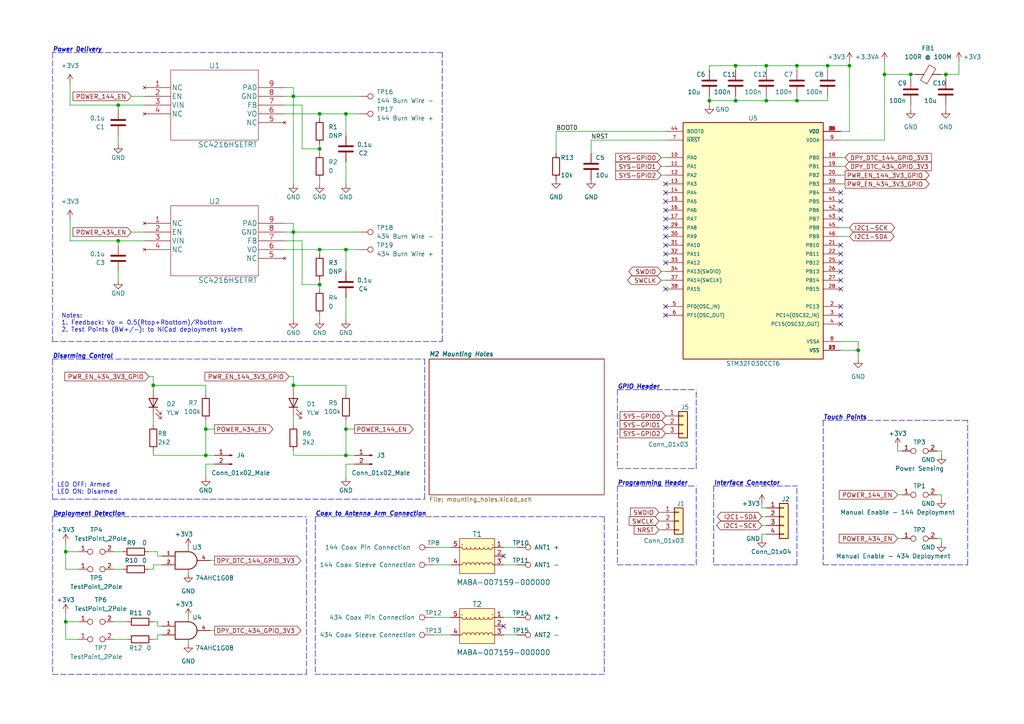
<source format=kicad_sch>
(kicad_sch (version 20211123) (generator eeschema)
  (paper "A4")
  (title_block (title "Antenna Deployment Board") (date "2023-04-24") (rev "RevA") (company "Queen's Space Engineering Team - Satellite"))
  (lib_symbols
    (symbol "74xGxx:74AHC1G08" (pin_names (offset 1.016))
      (property "Reference" "U" (at -2.54 3.81 0))
      (property "Value" "74AHC1G08" (at 0 -3.81 0))
      (symbol "74AHC1G08_1_1"
        (pin input line (at -7.62 1.27 0) (length 3.81) (name "~") (number "1"))
        (pin input line (at -7.62 -1.27 0) (length 3.81) (name "~") (number "2"))
        (pin power_in line (at 0 -2.54 270) (length 0) hide (name "GND") (number "3"))
        (pin output line (at 6.35 0 180) (length 3.81) (name "~") (number "4"))
        (pin power_in line (at 0 2.54 90) (length 0) hide (name "VCC") (number "5"))
      )
    )
    (symbol "Connector:Conn_01x02_Male" (pin_names (offset 1.016) hide)
      (property "Reference" "J" (at 0 2.54 0))
      (property "Value" "Conn_01x02_Male" (at 0 -5.08 0))
      (symbol "Conn_01x02_Male_1_1"
        (pin passive line (at 5.08 0 180) (length 3.81) (name "Pin_1") (number "1"))
        (pin passive line (at 5.08 -2.54 180) (length 3.81) (name "Pin_2") (number "2"))
      )
    )
    (symbol "Connector:TestPoint" (pin_numbers hide) (pin_names (offset 0.762) hide)
      (property "Reference" "TP" (at 0 6.858 0))
      (property "Value" "TestPoint" (at 0 5.08 0))
      (symbol "TestPoint_1_1"
        (pin passive line (at 0 0 90) (length 2.54) (name "1") (number "1"))
      )
    )
    (symbol "Connector:TestPoint_2Pole" (pin_names (offset 0.762) hide)
      (property "Reference" "TP" (at 0 1.524 0))
      (property "Value" "TestPoint_2Pole" (at 0 -1.778 0))
      (symbol "TestPoint_2Pole_0_1"
        (pin passive line (at -5.08 0 0) (length 2.54) (name "1") (number "1"))
        (pin passive line (at 5.08 0 180) (length 2.54) (name "2") (number "2"))
      )
    )
    (symbol "Connector_Generic:Conn_01x03" (pin_names (offset 1.016) hide)
      (property "Reference" "J" (at 0 5.08 0))
      (property "Value" "Conn_01x03" (at 0 -5.08 0))
      (symbol "Conn_01x03_1_1"
        (pin passive line (at -5.08 2.54 0) (length 3.81) (name "Pin_1") (number "1"))
        (pin passive line (at -5.08 0 0) (length 3.81) (name "Pin_2") (number "2"))
        (pin passive line (at -5.08 -2.54 0) (length 3.81) (name "Pin_3") (number "3"))
      )
    )
    (symbol "Connector_Generic:Conn_01x04" (pin_names (offset 1.016) hide)
      (property "Reference" "J" (at 0 5.08 0))
      (property "Value" "Conn_01x04" (at 0 -7.62 0))
      (symbol "Conn_01x04_1_1"
        (pin passive line (at -5.08 2.54 0) (length 3.81) (name "Pin_1") (number "1"))
        (pin passive line (at -5.08 0 0) (length 3.81) (name "Pin_2") (number "2"))
        (pin passive line (at -5.08 -2.54 0) (length 3.81) (name "Pin_3") (number "3"))
        (pin passive line (at -5.08 -5.08 0) (length 3.81) (name "Pin_4") (number "4"))
      )
    )
    (symbol "Device:C" (pin_numbers hide) (pin_names (offset 0.254))
      (property "Reference" "C" (at 0.635 2.54 0))
      (property "Value" "C" (at 0.635 -2.54 0))
      (symbol "C_1_1"
        (pin passive line (at 0 3.81 270) (length 2.794) (name "~") (number "1"))
        (pin passive line (at 0 -3.81 90) (length 2.794) (name "~") (number "2"))
      )
    )
    (symbol "Device:FerriteBead" (pin_numbers hide) (pin_names (offset 0))
      (property "Reference" "FB" (at -3.81 0.635 90))
      (property "Value" "FerriteBead" (at 3.81 0 90))
      (symbol "FerriteBead_1_1"
        (pin passive line (at 0 3.81 270) (length 2.54) (name "~") (number "1"))
        (pin passive line (at 0 -3.81 90) (length 2.54) (name "~") (number "2"))
      )
    )
    (symbol "Device:LED" (pin_numbers hide) (pin_names (offset 1.016) hide)
      (property "Reference" "D" (at 0 2.54 0))
      (property "Value" "LED" (at 0 -2.54 0))
      (symbol "LED_1_1"
        (pin passive line (at -3.81 0 0) (length 2.54) (name "K") (number "1"))
        (pin passive line (at 3.81 0 180) (length 2.54) (name "A") (number "2"))
      )
    )
    (symbol "Device:R" (pin_numbers hide) (pin_names (offset 0))
      (property "Reference" "R" (at 2.032 0 90))
      (property "Value" "R" (at 0 0 90))
      (symbol "R_1_1"
        (pin passive line (at 0 3.81 270) (length 1.27) (name "~") (number "1"))
        (pin passive line (at 0 -3.81 90) (length 1.27) (name "~") (number "2"))
      )
    )
    (symbol "SC4216HSETRT:SC4216HSETRT" (pin_names (offset 0.254))
      (property "Reference" "U" (at 20.32 10.16 0))
      (property "Value" "SC4216HSETRT" (at 20.32 7.62 0))
      (symbol "SC4216HSETRT_1_1"
        (pin no_connect line (at 0 0 0) (length 7.62) (name "NC") (number "1"))
        (pin input line (at 0 -2.54 0) (length 7.62) (name "EN") (number "2"))
        (pin power_in line (at 0 -5.08 0) (length 7.62) (name "VIN") (number "3"))
        (pin no_connect line (at 0 -7.62 0) (length 7.62) (name "NC") (number "4"))
        (pin no_connect line (at 40.64 -10.16 180) (length 7.62) (name "NC") (number "5"))
        (pin power_in line (at 40.64 -7.62 180) (length 7.62) (name "VO") (number "6"))
        (pin unspecified line (at 40.64 -5.08 180) (length 7.62) (name "FB") (number "7"))
        (pin power_in line (at 40.64 -2.54 180) (length 7.62) (name "GND") (number "8"))
        (pin power_in line (at 40.64 0 180) (length 7.62) (name "PAD") (number "9"))
      )
    )
    (symbol "STM32F030CCT6:STM32F030CCT6" (pin_names (offset 1.016))
      (property "Reference" "U" (at -20.3383 33.0497 0))
      (property "Value" "STM32F030CCT6" (at -20.3351 -38.1284 0))
      (symbol "STM32F030CCT6_0_0"
        (pin power_in line (at 25.4 30.48 180) (length 5.08) (name "VDD") (number "1"))
        (pin bidirectional line (at -25.4 22.86 0) (length 5.08) (name "PA0") (number "10"))
        (pin bidirectional line (at -25.4 20.32 0) (length 5.08) (name "PA1") (number "11"))
        (pin bidirectional line (at -25.4 17.78 0) (length 5.08) (name "PA2") (number "12"))
        (pin bidirectional line (at -25.4 15.24 0) (length 5.08) (name "PA3") (number "13"))
        (pin bidirectional line (at -25.4 12.7 0) (length 5.08) (name "PA4") (number "14"))
        (pin bidirectional line (at -25.4 10.16 0) (length 5.08) (name "PA5") (number "15"))
        (pin bidirectional line (at -25.4 7.62 0) (length 5.08) (name "PA6") (number "16"))
        (pin bidirectional line (at -25.4 5.08 0) (length 5.08) (name "PA7") (number "17"))
        (pin bidirectional line (at 25.4 22.86 180) (length 5.08) (name "PB0") (number "18"))
        (pin bidirectional line (at 25.4 20.32 180) (length 5.08) (name "PB1") (number "19"))
        (pin bidirectional line (at 25.4 -20.32 180) (length 5.08) (name "PC13") (number "2"))
        (pin bidirectional line (at 25.4 17.78 180) (length 5.08) (name "PB2") (number "20"))
        (pin bidirectional line (at 25.4 -2.54 180) (length 5.08) (name "PB10") (number "21"))
        (pin bidirectional line (at 25.4 -5.08 180) (length 5.08) (name "PB11") (number "22"))
        (pin power_in line (at 25.4 -33.02 180) (length 5.08) (name "VSS") (number "23"))
        (pin power_in line (at 25.4 30.48 180) (length 5.08) (name "VDD") (number "24"))
        (pin bidirectional line (at 25.4 -7.62 180) (length 5.08) (name "PB12") (number "25"))
        (pin bidirectional line (at 25.4 -10.16 180) (length 5.08) (name "PB13") (number "26"))
        (pin bidirectional line (at 25.4 -12.7 180) (length 5.08) (name "PB14") (number "27"))
        (pin bidirectional line (at 25.4 -15.24 180) (length 5.08) (name "PB15") (number "28"))
        (pin bidirectional line (at -25.4 2.54 0) (length 5.08) (name "PA8") (number "29"))
        (pin bidirectional line (at 25.4 -22.86 180) (length 5.08) (name "PC14(OSC32_IN)") (number "3"))
        (pin bidirectional line (at -25.4 0 0) (length 5.08) (name "PA9") (number "30"))
        (pin bidirectional line (at -25.4 -2.54 0) (length 5.08) (name "PA10") (number "31"))
        (pin bidirectional line (at -25.4 -5.08 0) (length 5.08) (name "PA11") (number "32"))
        (pin bidirectional line (at -25.4 -7.62 0) (length 5.08) (name "PA12") (number "33"))
        (pin bidirectional line (at -25.4 -10.16 0) (length 5.08) (name "PA13(SWDIO)") (number "34"))
        (pin power_in line (at 25.4 -33.02 180) (length 5.08) (name "VSS") (number "35"))
        (pin power_in line (at 25.4 30.48 180) (length 5.08) (name "VDD") (number "36"))
        (pin bidirectional line (at -25.4 -12.7 0) (length 5.08) (name "PA14(SWCLK)") (number "37"))
        (pin bidirectional line (at -25.4 -15.24 0) (length 5.08) (name "PA15") (number "38"))
        (pin bidirectional line (at 25.4 15.24 180) (length 5.08) (name "PB3") (number "39"))
        (pin bidirectional line (at 25.4 -25.4 180) (length 5.08) (name "PC15(OSC32_OUT)") (number "4"))
        (pin bidirectional line (at 25.4 12.7 180) (length 5.08) (name "PB4") (number "40"))
        (pin bidirectional line (at 25.4 10.16 180) (length 5.08) (name "PB5") (number "41"))
        (pin bidirectional line (at 25.4 7.62 180) (length 5.08) (name "PB6") (number "42"))
        (pin bidirectional line (at 25.4 5.08 180) (length 5.08) (name "PB7") (number "43"))
        (pin input line (at -25.4 30.48 0) (length 5.08) (name "BOOT0") (number "44"))
        (pin bidirectional line (at 25.4 2.54 180) (length 5.08) (name "PB8") (number "45"))
        (pin bidirectional line (at 25.4 0 180) (length 5.08) (name "PB9") (number "46"))
        (pin power_in line (at 25.4 -33.02 180) (length 5.08) (name "VSS") (number "47"))
        (pin power_in line (at 25.4 30.48 180) (length 5.08) (name "VDD") (number "48"))
        (pin bidirectional line (at -25.4 -20.32 0) (length 5.08) (name "PF0(OSC_IN)") (number "5"))
        (pin bidirectional line (at -25.4 -22.86 0) (length 5.08) (name "PF1(OSC_OUT)") (number "6"))
        (pin bidirectional line (at -25.4 27.94 0) (length 5.08) (name "~{NRST}") (number "7"))
        (pin power_in line (at 25.4 -30.48 180) (length 5.08) (name "VSSA") (number "8"))
        (pin power_in line (at 25.4 27.94 180) (length 5.08) (name "VDDA") (number "9"))
      )
    )
    (symbol "dk_Balun:MABA-007159-000000" (pin_names (offset 1.016))
      (property "Reference" "T" (at -3.81 6.35 0))
      (property "Value" "MABA-007159-000000" (at 0 -6.35 0))
      (symbol "MABA-007159-000000_1_0"
        (pin unspecified line (at 7.62 0 180) (length 2.54) (name "~") (number "2"))
      )
      (symbol "MABA-007159-000000_1_1"
        (pin passive line (at 7.62 2.54 180) (length 2.54) (name "~") (number "1"))
        (pin passive line (at 7.62 -2.54 180) (length 2.54) (name "~") (number "3"))
        (pin passive line (at -7.62 -2.54 0) (length 2.54) (name "~") (number "4"))
        (pin passive line (at -7.62 2.54 0) (length 2.54) (name "~") (number "5"))
      )
    )
    (symbol "power:+3.3VA" (power) (pin_names (offset 0))
      (property "Value" "+3.3VA" (at 0 3.556 0))
      (symbol "+3.3VA_1_1"
        (pin power_in line (at 0 0 90) (length 0) hide (name "+3.3VA") (number "1"))
      )
    )
    (symbol "power:+3V3" (power) (pin_names (offset 0))
      (property "Value" "+3V3" (at 0 3.556 0))
      (symbol "+3V3_1_1"
        (pin power_in line (at 0 0 90) (length 0) hide (name "+3V3") (number "1"))
      )
    )
    (symbol "power:GND" (power) (pin_names (offset 0))
      (property "Value" "GND" (at 0 -3.81 0))
      (symbol "GND_1_1"
        (pin power_in line (at 0 0 270) (length 0) hide (name "GND") (number "1"))
      )
    )
  )
  (junction (at 100.33 132.08))
  (junction (at 19.05 160.02))
  (junction (at 59.69 124.46))
  (junction (at 222.25 19.05))
  (junction (at 231.14 29.21))
  (junction (at 19.05 180.34))
  (junction (at 34.29 30.48))
  (junction (at 92.71 33.02))
  (junction (at 92.71 43.18))
  (junction (at 248.92 101.6))
  (junction (at 100.33 72.39))
  (junction (at 92.71 82.55))
  (junction (at 256.54 21.59))
  (junction (at 205.74 29.21))
  (junction (at 222.25 29.21))
  (junction (at 231.14 19.05))
  (junction (at 264.16 21.59))
  (junction (at 59.69 132.08))
  (junction (at 213.36 29.21))
  (junction (at 274.32 21.59))
  (junction (at 34.29 69.85))
  (junction (at 85.09 27.94))
  (junction (at 85.09 111.76))
  (junction (at 213.36 19.05))
  (junction (at 92.71 72.39))
  (junction (at 85.09 67.31))
  (junction (at 246.38 19.05))
  (junction (at 44.45 111.76))
  (junction (at 100.33 33.02))
  (junction (at 100.33 124.46))
  (junction (at 240.03 19.05))
  (no_connect (at 243.84 83.82))
  (no_connect (at 193.04 71.12))
  (no_connect (at 243.84 55.88))
  (no_connect (at 193.04 68.58))
  (no_connect (at 193.04 88.9))
  (no_connect (at 243.84 63.5))
  (no_connect (at 193.04 76.2))
  (no_connect (at 193.04 83.82))
  (no_connect (at 243.84 88.9))
  (no_connect (at 243.84 73.66))
  (no_connect (at 193.04 55.88))
  (no_connect (at 243.84 91.44))
  (no_connect (at 146.05 181.61))
  (no_connect (at 243.84 71.12))
  (no_connect (at 146.05 161.29))
  (no_connect (at 243.84 93.98))
  (no_connect (at 193.04 60.96))
  (no_connect (at 243.84 58.42))
  (no_connect (at 243.84 78.74))
  (no_connect (at 243.84 76.2))
  (no_connect (at 193.04 66.04))
  (no_connect (at 193.04 63.5))
  (no_connect (at 193.04 91.44))
  (no_connect (at 243.84 60.96))
  (no_connect (at 193.04 58.42))
  (no_connect (at 243.84 81.28))
  (no_connect (at 193.04 53.34))
  (no_connect (at 193.04 73.66))
  (wire (pts (xy 205.74 29.21) (xy 205.74 30.48)))
  (wire (pts (xy 256.54 21.59) (xy 264.16 21.59)))
  (wire (pts (xy 19.05 180.34) (xy 22.86 180.34)))
  (wire (pts (xy 278.13 21.59) (xy 274.32 21.59)))
  (wire (pts (xy 34.29 30.48) (xy 34.29 31.75)))
  (wire (pts (xy 146.05 179.07) (xy 149.86 179.07)))
  (wire (pts (xy 54.61 185.42) (xy 54.61 186.69)))
  (polyline (pts (xy 231.14 163.83) (xy 231.14 140.97)))
  (wire (pts (xy 205.74 29.21) (xy 213.36 29.21)))
  (wire (pts (xy 191.77 81.28) (xy 193.04 81.28)))
  (polyline (pts (xy 175.26 149.86) (xy 175.26 195.58)))
  (wire (pts (xy 44.45 132.08) (xy 59.69 132.08)))
  (wire (pts (xy 45.72 160.02) (xy 45.72 161.29)))
  (polyline (pts (xy 179.07 113.03) (xy 201.93 113.03)))
  (wire (pts (xy 59.69 132.08) (xy 62.23 132.08)))
  (wire (pts (xy 245.11 50.8) (xy 243.84 50.8)))
  (wire (pts (xy 54.61 165.1) (xy 54.61 166.37)))
  (wire (pts (xy 205.74 19.05) (xy 213.36 19.05)))
  (polyline (pts (xy 15.24 144.78) (xy 15.24 104.14)))
  (polyline (pts (xy 179.07 135.89) (xy 201.93 135.89)))
  (wire (pts (xy 125.73 163.83) (xy 130.81 163.83)))
  (wire (pts (xy 59.69 124.46) (xy 59.69 132.08)))
  (wire (pts (xy 246.38 66.04) (xy 243.84 66.04)))
  (wire (pts (xy 92.71 72.39) (xy 92.71 73.66)))
  (wire (pts (xy 260.35 129.54) (xy 260.35 130.81)))
  (wire (pts (xy 45.72 184.15) (xy 46.99 184.15)))
  (wire (pts (xy 92.71 81.28) (xy 92.71 82.55)))
  (wire (pts (xy 256.54 40.64) (xy 256.54 21.59)))
  (wire (pts (xy 34.29 39.37) (xy 34.29 41.91)))
  (polyline (pts (xy 15.24 144.78) (xy 123.19 144.78)))
  (polyline (pts (xy 91.44 149.86) (xy 175.26 149.86)))
  (wire (pts (xy 220.98 146.05) (xy 220.98 147.32)))
  (polyline (pts (xy 207.01 140.97) (xy 231.14 140.97)))
  (wire (pts (xy 85.09 111.76) (xy 85.09 113.03)))
  (wire (pts (xy 44.45 163.83) (xy 46.99 163.83)))
  (wire (pts (xy 92.71 33.02) (xy 100.33 33.02)))
  (wire (pts (xy 85.09 67.31) (xy 104.14 67.31)))
  (polyline (pts (xy 15.24 15.24) (xy 15.24 99.06)))
  (wire (pts (xy 60.96 162.56) (xy 62.23 162.56)))
  (wire (pts (xy 33.02 165.1) (xy 35.56 165.1)))
  (wire (pts (xy 246.38 17.78) (xy 246.38 19.05)))
  (wire (pts (xy 245.11 48.26) (xy 243.84 48.26)))
  (wire (pts (xy 260.35 156.21) (xy 261.62 156.21)))
  (wire (pts (xy 260.35 130.81) (xy 261.62 130.81)))
  (wire (pts (xy 59.69 134.62) (xy 59.69 138.43)))
  (wire (pts (xy 231.14 19.05) (xy 231.14 20.32)))
  (wire (pts (xy 243.84 38.1) (xy 246.38 38.1)))
  (wire (pts (xy 59.69 124.46) (xy 62.23 124.46)))
  (polyline (pts (xy 201.93 135.89) (xy 201.93 113.03)))
  (wire (pts (xy 245.11 53.34) (xy 243.84 53.34)))
  (polyline (pts (xy 280.67 163.83) (xy 280.67 121.92)))
  (polyline (pts (xy 179.07 140.97) (xy 179.07 163.83)))
  (wire (pts (xy 92.71 82.55) (xy 92.71 83.82)))
  (polyline (pts (xy 128.27 15.24) (xy 15.24 15.24)))
  (wire (pts (xy 191.135 153.67) (xy 191.77 153.67)))
  (polyline (pts (xy 280.67 121.92) (xy 238.76 121.92)))
  (wire (pts (xy 146.05 184.15) (xy 149.86 184.15)))
  (wire (pts (xy 92.71 41.91) (xy 92.71 43.18)))
  (polyline (pts (xy 128.27 99.06) (xy 128.27 15.24)))
  (wire (pts (xy 20.32 30.48) (xy 34.29 30.48)))
  (wire (pts (xy 85.09 111.76) (xy 100.33 111.76)))
  (wire (pts (xy 245.11 45.72) (xy 243.84 45.72)))
  (wire (pts (xy 146.05 158.75) (xy 149.86 158.75)))
  (wire (pts (xy 213.36 27.94) (xy 213.36 29.21)))
  (wire (pts (xy 243.84 101.6) (xy 248.92 101.6)))
  (wire (pts (xy 240.03 19.05) (xy 246.38 19.05)))
  (wire (pts (xy 271.78 130.81) (xy 273.05 130.81)))
  (wire (pts (xy 100.33 121.92) (xy 100.33 124.46)))
  (wire (pts (xy 191.77 48.26) (xy 193.04 48.26)))
  (wire (pts (xy 191.77 78.74) (xy 193.04 78.74)))
  (wire (pts (xy 82.55 33.02) (xy 92.71 33.02)))
  (wire (pts (xy 100.33 72.39) (xy 104.14 72.39)))
  (wire (pts (xy 92.71 43.18) (xy 92.71 44.45)))
  (wire (pts (xy 205.74 27.94) (xy 205.74 29.21)))
  (wire (pts (xy 43.18 109.22) (xy 44.45 109.22)))
  (wire (pts (xy 271.78 156.21) (xy 273.05 156.21)))
  (wire (pts (xy 161.29 38.1) (xy 193.04 38.1)))
  (wire (pts (xy 100.33 134.62) (xy 100.33 138.43)))
  (wire (pts (xy 274.32 30.48) (xy 274.32 31.75)))
  (wire (pts (xy 92.71 72.39) (xy 100.33 72.39)))
  (wire (pts (xy 45.72 180.34) (xy 45.72 181.61)))
  (polyline (pts (xy 15.24 149.86) (xy 88.9 149.86)))
  (wire (pts (xy 38.1 27.94) (xy 41.91 27.94)))
  (wire (pts (xy 125.73 184.15) (xy 130.81 184.15)))
  (wire (pts (xy 33.02 160.02) (xy 35.56 160.02)))
  (wire (pts (xy 44.45 185.42) (xy 45.72 185.42)))
  (wire (pts (xy 125.73 179.07) (xy 130.81 179.07)))
  (wire (pts (xy 85.09 130.81) (xy 85.09 132.08)))
  (polyline (pts (xy 207.01 163.83) (xy 231.14 163.83)))
  (wire (pts (xy 222.25 29.21) (xy 231.14 29.21)))
  (polyline (pts (xy 179.07 163.83) (xy 201.93 163.83)))
  (wire (pts (xy 220.98 147.32) (xy 222.25 147.32)))
  (wire (pts (xy 45.72 181.61) (xy 46.99 181.61)))
  (wire (pts (xy 171.45 40.64) (xy 193.04 40.64)))
  (wire (pts (xy 38.1 67.31) (xy 41.91 67.31)))
  (polyline (pts (xy 88.9 195.58) (xy 88.9 149.86)))
  (wire (pts (xy 20.32 24.13) (xy 20.32 30.48)))
  (wire (pts (xy 82.55 67.31) (xy 85.09 67.31)))
  (wire (pts (xy 87.63 82.55) (xy 87.63 69.85)))
  (wire (pts (xy 19.05 185.42) (xy 22.86 185.42)))
  (wire (pts (xy 44.45 130.81) (xy 44.45 132.08)))
  (wire (pts (xy 246.38 68.58) (xy 243.84 68.58)))
  (wire (pts (xy 222.25 27.94) (xy 222.25 29.21)))
  (polyline (pts (xy 91.44 149.86) (xy 91.44 195.58)))
  (wire (pts (xy 220.98 149.86) (xy 222.25 149.86)))
  (wire (pts (xy 19.05 180.34) (xy 19.05 185.42)))
  (wire (pts (xy 264.16 21.59) (xy 265.43 21.59)))
  (wire (pts (xy 191.77 50.8) (xy 193.04 50.8)))
  (wire (pts (xy 220.98 152.4) (xy 222.25 152.4)))
  (polyline (pts (xy 201.93 163.83) (xy 201.93 140.97)))
  (wire (pts (xy 44.45 109.22) (xy 44.45 111.76)))
  (wire (pts (xy 243.84 99.06) (xy 248.92 99.06)))
  (polyline (pts (xy 123.19 104.14) (xy 123.19 144.78)))
  (wire (pts (xy 161.29 44.45) (xy 161.29 38.1)))
  (wire (pts (xy 100.33 111.76) (xy 100.33 114.3)))
  (wire (pts (xy 248.92 99.06) (xy 248.92 101.6)))
  (wire (pts (xy 92.71 52.07) (xy 92.71 53.34)))
  (wire (pts (xy 85.09 132.08) (xy 100.33 132.08)))
  (wire (pts (xy 85.09 25.4) (xy 85.09 27.94)))
  (wire (pts (xy 125.73 158.75) (xy 130.81 158.75)))
  (wire (pts (xy 62.23 134.62) (xy 59.69 134.62)))
  (wire (pts (xy 19.05 160.02) (xy 19.05 165.1)))
  (polyline (pts (xy 238.76 163.83) (xy 280.67 163.83)))
  (wire (pts (xy 33.02 185.42) (xy 36.83 185.42)))
  (wire (pts (xy 54.61 158.75) (xy 54.61 160.02)))
  (wire (pts (xy 87.63 69.85) (xy 82.55 69.85)))
  (wire (pts (xy 273.05 143.51) (xy 273.05 144.78)))
  (wire (pts (xy 100.33 33.02) (xy 104.14 33.02)))
  (wire (pts (xy 171.45 44.45) (xy 171.45 40.64)))
  (wire (pts (xy 213.36 19.05) (xy 213.36 20.32)))
  (polyline (pts (xy 238.76 121.92) (xy 238.76 163.83)))
  (wire (pts (xy 44.45 165.1) (xy 44.45 163.83)))
  (wire (pts (xy 100.33 132.08) (xy 102.87 132.08)))
  (wire (pts (xy 264.16 21.59) (xy 264.16 22.86)))
  (wire (pts (xy 82.55 72.39) (xy 92.71 72.39)))
  (wire (pts (xy 44.45 120.65) (xy 44.45 123.19)))
  (wire (pts (xy 19.05 177.8) (xy 19.05 180.34)))
  (wire (pts (xy 85.09 67.31) (xy 85.09 92.71)))
  (wire (pts (xy 246.38 19.05) (xy 246.38 38.1)))
  (wire (pts (xy 85.09 64.77) (xy 85.09 67.31)))
  (wire (pts (xy 87.63 30.48) (xy 82.55 30.48)))
  (wire (pts (xy 100.33 124.46) (xy 102.87 124.46)))
  (wire (pts (xy 19.05 165.1) (xy 22.86 165.1)))
  (wire (pts (xy 45.72 180.34) (xy 44.45 180.34)))
  (wire (pts (xy 222.25 19.05) (xy 231.14 19.05)))
  (wire (pts (xy 43.18 165.1) (xy 44.45 165.1)))
  (wire (pts (xy 205.74 20.32) (xy 205.74 19.05)))
  (wire (pts (xy 45.72 185.42) (xy 45.72 184.15)))
  (polyline (pts (xy 15.24 99.06) (xy 128.27 99.06)))
  (wire (pts (xy 100.33 124.46) (xy 100.33 132.08)))
  (wire (pts (xy 41.91 30.48) (xy 34.29 30.48)))
  (wire (pts (xy 100.33 86.36) (xy 100.33 92.71)))
  (wire (pts (xy 231.14 19.05) (xy 240.03 19.05)))
  (wire (pts (xy 191.77 45.72) (xy 193.04 45.72)))
  (wire (pts (xy 59.69 121.92) (xy 59.69 124.46)))
  (wire (pts (xy 146.05 163.83) (xy 149.86 163.83)))
  (wire (pts (xy 87.63 43.18) (xy 87.63 30.48)))
  (wire (pts (xy 278.13 17.78) (xy 278.13 21.59)))
  (wire (pts (xy 274.32 21.59) (xy 274.32 22.86)))
  (wire (pts (xy 191.135 151.13) (xy 191.77 151.13)))
  (wire (pts (xy 248.92 101.6) (xy 248.92 104.14)))
  (wire (pts (xy 231.14 27.94) (xy 231.14 29.21)))
  (wire (pts (xy 45.72 161.29) (xy 46.99 161.29)))
  (polyline (pts (xy 15.24 195.58) (xy 88.9 195.58)))
  (wire (pts (xy 44.45 111.76) (xy 59.69 111.76)))
  (wire (pts (xy 243.84 40.64) (xy 256.54 40.64)))
  (wire (pts (xy 240.03 19.05) (xy 240.03 20.32)))
  (wire (pts (xy 273.05 156.21) (xy 273.05 157.48)))
  (wire (pts (xy 264.16 30.48) (xy 264.16 31.75)))
  (wire (pts (xy 100.33 39.37) (xy 100.33 33.02)))
  (wire (pts (xy 222.25 154.94) (xy 220.98 154.94)))
  (wire (pts (xy 92.71 91.44) (xy 92.71 92.71)))
  (wire (pts (xy 102.87 134.62) (xy 100.33 134.62)))
  (wire (pts (xy 60.96 182.88) (xy 62.23 182.88)))
  (wire (pts (xy 82.55 25.4) (xy 85.09 25.4)))
  (wire (pts (xy 34.29 78.74) (xy 34.29 81.28)))
  (wire (pts (xy 59.69 111.76) (xy 59.69 114.3)))
  (wire (pts (xy 34.29 69.85) (xy 34.29 71.12)))
  (wire (pts (xy 240.03 29.21) (xy 231.14 29.21)))
  (polyline (pts (xy 179.07 140.97) (xy 201.93 140.97)))
  (wire (pts (xy 33.02 180.34) (xy 36.83 180.34)))
  (wire (pts (xy 41.91 69.85) (xy 34.29 69.85)))
  (wire (pts (xy 92.71 43.18) (xy 87.63 43.18)))
  (wire (pts (xy 213.36 19.05) (xy 222.25 19.05)))
  (wire (pts (xy 100.33 46.99) (xy 100.33 53.34)))
  (wire (pts (xy 260.35 143.51) (xy 261.62 143.51)))
  (wire (pts (xy 83.82 109.22) (xy 85.09 109.22)))
  (polyline (pts (xy 179.07 113.03) (xy 179.07 135.89)))
  (wire (pts (xy 19.05 160.02) (xy 22.86 160.02)))
  (polyline (pts (xy 15.24 149.86) (xy 15.24 195.58)))
  (wire (pts (xy 220.98 154.94) (xy 220.98 156.21)))
  (wire (pts (xy 20.32 69.85) (xy 34.29 69.85)))
  (wire (pts (xy 213.36 29.21) (xy 222.25 29.21)))
  (wire (pts (xy 92.71 82.55) (xy 87.63 82.55)))
  (wire (pts (xy 256.54 21.59) (xy 256.54 17.78)))
  (wire (pts (xy 92.71 33.02) (xy 92.71 34.29)))
  (wire (pts (xy 85.09 120.65) (xy 85.09 123.19)))
  (polyline (pts (xy 15.24 104.14) (xy 123.19 104.14)))
  (wire (pts (xy 85.09 27.94) (xy 104.14 27.94)))
  (wire (pts (xy 100.33 78.74) (xy 100.33 72.39)))
  (wire (pts (xy 85.09 27.94) (xy 85.09 53.34)))
  (wire (pts (xy 44.45 111.76) (xy 44.45 113.03)))
  (wire (pts (xy 271.78 143.51) (xy 273.05 143.51)))
  (wire (pts (xy 191.135 148.59) (xy 191.77 148.59)))
  (polyline (pts (xy 207.01 140.97) (xy 207.01 163.83)))
  (wire (pts (xy 82.55 64.77) (xy 85.09 64.77)))
  (polyline (pts (xy 175.26 195.58) (xy 91.44 195.58)))
  (wire (pts (xy 82.55 27.94) (xy 85.09 27.94)))
  (wire (pts (xy 19.05 157.48) (xy 19.05 160.02)))
  (wire (pts (xy 54.61 179.07) (xy 54.61 180.34)))
  (wire (pts (xy 240.03 27.94) (xy 240.03 29.21)))
  (wire (pts (xy 20.32 63.5) (xy 20.32 69.85)))
  (wire (pts (xy 85.09 109.22) (xy 85.09 111.76)))
  (wire (pts (xy 274.32 21.59) (xy 273.05 21.59)))
  (wire (pts (xy 43.18 160.02) (xy 45.72 160.02)))
  (wire (pts (xy 273.05 130.81) (xy 273.05 132.08)))
  (wire (pts (xy 222.25 19.05) (xy 222.25 20.32)))
  (text "Power Delivery" (at 15.24 15.24 0) (effects (font (size 1.27 1.27) (thickness 0.254) bold italic) (justify left bottom)))
  (text "Deployment Detection" (at 15.24 149.86 0) (effects (font (size 1.27 1.27) (thickness 0.254) bold italic) (justify left bottom)))
  (text "Notes: \n1. Feedback: Vo = 0.5(Rtop+Rbottom)/Rbottom\n2. Test Points (BW+/-): to NiCad deployment system" (at 17.78 96.52 0) (effects (font (size 1.27 1.27)) (justify left bottom)))
  (text "LED OFF: Armed\nLED ON: Disarmed" (at 16.51 143.51 0) (effects (font (size 1.27 1.27)) (justify left bottom)))
  (text "Touch Points" (at 238.76 121.92 0) (effects (font (size 1.27 1.27) bold italic) (justify left bottom)))
  (text "GPIO Header" (at 179.07 113.03 0) (effects (font (size 1.27 1.27) bold italic) (justify left bottom)))
  (text "Coax to Antenna Arm Connection" (at 91.44 149.86 0) (effects (font (size 1.27 1.27) (thickness 0.254) bold italic) (justify left bottom)))
  (text "Interface Connector" (at 207.01 140.97 0) (effects (font (size 1.27 1.27) bold italic) (justify left bottom)))
  (text "Disarming Control" (at 15.24 104.14 0) (effects (font (size 1.27 1.27) (thickness 0.254) bold italic) (justify left bottom)))
  (text "Programming Header" (at 179.07 140.97 0) (effects (font (size 1.27 1.27) bold italic) (justify left bottom)))
  (label "BOOT0" (at 161.29 38.1 0))
  (label "NRST" (at 171.45 40.64 0))
  (global_label "DPY_DTC_434_GPIO_3V3" (shape input) (at 245.11 48.26 0) (property "Intersheet References" "${INTERSHEET_REFS}" (effects hide)))
  (global_label "DPY_DTC_144_GPIO_3V3" (shape output) (at 62.23 162.56 0) (property "Intersheet References" "${INTERSHEET_REFS}" (effects hide)))
  (global_label "PWR_EN_144_3V3_GPIO" (shape output) (at 245.11 50.8 0) (property "Intersheet References" "${INTERSHEET_REFS}" (effects hide)))
  (global_label "SYS-GPIO2" (shape input) (at 193.04 125.73 180) (property "Intersheet References" "${INTERSHEET_REFS}" (effects hide)))
  (global_label "SYS-GPIO0" (shape input) (at 193.04 120.65 180) (property "Intersheet References" "${INTERSHEET_REFS}" (effects hide)))
  (global_label "DPY_DTC_434_GPIO_3V3" (shape output) (at 62.23 182.88 0) (property "Intersheet References" "${INTERSHEET_REFS}" (effects hide)))
  (global_label "SWDIO" (shape bidirectional) (at 191.77 78.74 180) (property "Intersheet References" "${INTERSHEET_REFS}" (effects hide)))
  (global_label "I2C1-SCK" (shape bidirectional) (at 220.98 152.4 180) (property "Intersheet References" "${INTERSHEET_REFS}" (effects hide)))
  (global_label "DPY_DTC_144_GPIO_3V3" (shape input) (at 245.11 45.72 0) (property "Intersheet References" "${INTERSHEET_REFS}" (effects hide)))
  (global_label "SWDIO" (shape input) (at 191.135 148.59 180) (property "Intersheet References" "${INTERSHEET_REFS}" (effects hide)))
  (global_label "I2C1-SDA" (shape bidirectional) (at 220.98 149.86 180) (property "Intersheet References" "${INTERSHEET_REFS}" (effects hide)))
  (global_label "SYS-GPIO2" (shape input) (at 191.77 50.8 180) (property "Intersheet References" "${INTERSHEET_REFS}" (effects hide)))
  (global_label "POWER_434_EN" (shape input) (at 38.1 67.31 180) (property "Intersheet References" "${INTERSHEET_REFS}" (effects hide)))
  (global_label "POWER_144_EN" (shape input) (at 260.35 143.51 180) (property "Intersheet References" "${INTERSHEET_REFS}" (effects hide)))
  (global_label "PWR_EN_434_3V3_GPIO" (shape input) (at 43.18 109.22 180) (property "Intersheet References" "${INTERSHEET_REFS}" (effects hide)))
  (global_label "POWER_144_EN" (shape output) (at 102.87 124.46 0) (property "Intersheet References" "${INTERSHEET_REFS}" (effects hide)))
  (global_label "SYS-GPIO1" (shape input) (at 191.77 48.26 180) (property "Intersheet References" "${INTERSHEET_REFS}" (effects hide)))
  (global_label "POWER_434_EN" (shape output) (at 62.23 124.46 0) (property "Intersheet References" "${INTERSHEET_REFS}" (effects hide)))
  (global_label "SWCLK" (shape bidirectional) (at 191.77 81.28 180) (property "Intersheet References" "${INTERSHEET_REFS}" (effects hide)))
  (global_label "SYS-GPIO1" (shape input) (at 193.04 123.19 180) (property "Intersheet References" "${INTERSHEET_REFS}" (effects hide)))
  (global_label "I2C1-SDA" (shape bidirectional) (at 246.38 68.58 0) (property "Intersheet References" "${INTERSHEET_REFS}" (effects hide)))
  (global_label "NRST" (shape input) (at 191.135 153.67 180) (property "Intersheet References" "${INTERSHEET_REFS}" (effects hide)))
  (global_label "POWER_434_EN" (shape input) (at 260.35 156.21 180) (property "Intersheet References" "${INTERSHEET_REFS}" (effects hide)))
  (global_label "POWER_144_EN" (shape input) (at 38.1 27.94 180) (property "Intersheet References" "${INTERSHEET_REFS}" (effects hide)))
  (global_label "I2C1-SCK" (shape bidirectional) (at 246.38 66.04 0) (property "Intersheet References" "${INTERSHEET_REFS}" (effects hide)))
  (global_label "PWR_EN_144_3V3_GPIO" (shape input) (at 83.82 109.22 180) (property "Intersheet References" "${INTERSHEET_REFS}" (effects hide)))
  (global_label "PWR_EN_434_3V3_GPIO" (shape output) (at 245.11 53.34 0) (property "Intersheet References" "${INTERSHEET_REFS}" (effects hide)))
  (global_label "SYS-GPIO0" (shape input) (at 191.77 45.72 180) (property "Intersheet References" "${INTERSHEET_REFS}" (effects hide)))
  (global_label "SWCLK" (shape input) (at 191.135 151.13 180) (property "Intersheet References" "${INTERSHEET_REFS}" (effects hide)))
  (symbol (lib_id "Connector:TestPoint") (at 149.86 184.15 270) (unit 1)
    (property "Reference" "TP15" (at 148.59 182.88 90) (effects (justify left)))
    (property "Value" "ANT2 -" (at 154.94 184.15 90) (effects (justify left)))
    (property "Footprint" "TestPoint:TestPoint_THTPad_4.0x4.0mm_Drill2.0mm" (effects hide))
  )
  (symbol (lib_id "Connector:TestPoint") (at 125.73 179.07 90) (unit 1)
    (property "Reference" "TP12" (at 125.73 177.8 90))
    (property "Value" "434 Coax Pin Connection" (at 107.95 179.07 90))
    (property "Footprint" "TestPoint:TestPoint_THTPad_2.0x2.0mm_Drill1.0mm" (effects hide))
  )
  (symbol (lib_id "Connector:TestPoint") (at 125.73 158.75 90) (unit 1)
    (property "Reference" "TP8" (at 125.73 157.48 90))
    (property "Value" "144 Coax Pin Connection" (at 106.68 158.75 90))
    (property "Footprint" "TestPoint:TestPoint_THTPad_2.0x2.0mm_Drill1.0mm" (effects hide))
  )
  (symbol (lib_id "power:+3V3") (at 19.05 177.8 0) (unit 1)
    (property "Reference" "#PWR0111" (effects hide))
    (property "Value" "+3V3" (at 19.05 173.99 0))
  )
  (symbol (lib_id "Connector:TestPoint") (at 104.14 27.94 270) (unit 1)
    (property "Reference" "TP16" (at 109.22 26.6699 90) (effects (justify left)))
    (property "Value" "144 Burn Wire -" (at 109.22 29.2099 90) (effects (justify left)))
    (property "Footprint" "TestPoint:TestPoint_THTPad_2.0x2.0mm_Drill1.0mm" (effects hide))
  )
  (symbol (lib_id "Connector:TestPoint_2Pole") (at 266.7 143.51 0) (unit 1)
    (property "Reference" "TP1" (at 266.7 140.97 0))
    (property "Value" "Manual Enable - 144 Deployment" (at 260.35 148.59 0))
    (property "Footprint" "TestPoint:TestPoint_2Pads_Pitch2.54mm_Drill0.8mm" (effects hide))
  )
  (symbol (lib_id "power:GND") (at 205.74 30.48 0) (unit 1)
    (property "Reference" "#PWR0123" (effects hide))
    (property "Value" "GND" (at 209.55 31.75 0))
  )
  (symbol (lib_id "Connector:Conn_01x02_Male") (at 67.31 132.08 0) (mirror y) (unit 1)
    (property "Reference" "J4" (at 69.85 132.08 0))
    (property "Value" "Conn_01x02_Male" (at 69.85 137.16 0))
    (property "Footprint" "qset-footprints:SAMTEC_TSM-102-01-L-SH" (effects hide))
  )
  (symbol (lib_id "power:+3.3VA") (at 256.54 17.78 0) (unit 1)
    (property "Reference" "#PWR0124" (effects hide))
    (property "Value" "+3.3VA" (at 251.46 16.51 0))
  )
  (symbol (lib_id "Device:C") (at 240.03 24.13 0) (unit 1)
    (property "Reference" "C8" (at 236.22 21.59 0) (effects (justify left)))
    (property "Value" "100n" (at 233.68 26.67 0) (effects (justify left)))
    (property "Footprint" "Capacitor_SMD:C_0603_1608Metric" (effects hide))
  )
  (symbol (lib_id "power:GND") (at 171.45 52.07 0) (unit 1)
    (property "Reference" "#PWR0101" (effects hide))
    (property "Value" "GND" (at 171.45 57.15 0))
  )
  (symbol (lib_id "Device:R") (at 40.64 185.42 90) (unit 1)
    (property "Reference" "R12" (at 39.37 187.96 90))
    (property "Value" "0" (at 43.18 187.96 90))
    (property "Footprint" "Resistor_SMD:R_0603_1608Metric" (effects hide))
  )
  (symbol (lib_id "power:GND") (at 85.09 53.34 0) (unit 1)
    (property "Reference" "#PWR0119" (effects hide))
    (property "Value" "GND" (at 85.09 57.15 0))
  )
  (symbol (lib_id "Device:R") (at 92.71 48.26 0) (unit 1)
    (property "Reference" "R2" (at 95.25 46.9899 0) (effects (justify left)))
    (property "Value" "0" (at 95.25 49.5299 0) (effects (justify left)))
    (property "Footprint" "Resistor_SMD:R_0603_1608Metric_Pad0.98x0.95mm_HandSolder" (effects hide))
  )
  (symbol (lib_id "Device:C") (at 264.16 26.67 0) (unit 1)
    (property "Reference" "C9" (at 260.35 24.13 0) (effects (justify left)))
    (property "Value" "100n" (at 257.81 29.21 0) (effects (justify left)))
    (property "Footprint" "Capacitor_SMD:C_0603_1608Metric" (effects hide))
  )
  (symbol (lib_id "Device:C") (at 34.29 74.93 180) (unit 1)
    (property "Reference" "C3" (at 30.48 76.2001 0) (effects (justify left)))
    (property "Value" "0.1u" (at 30.48 73.6601 0) (effects (justify left)))
    (property "Footprint" "Capacitor_SMD:C_0603_1608Metric" (effects hide))
  )
  (symbol (lib_id "Connector_Generic:Conn_01x03") (at 196.85 151.13 0) (unit 1)
    (property "Reference" "J1" (at 196.215 146.05 0) (effects (justify left)))
    (property "Value" "Conn_01x03" (at 186.69 156.845 0) (effects (justify left)))
    (property "Footprint" "qset-footprints:SAMTEC_TSM-103-01-L-SH" (effects hide))
  )
  (symbol (lib_id "Device:C") (at 274.32 26.67 0) (unit 1)
    (property "Reference" "C10" (at 270.51 24.13 0) (effects (justify left)))
    (property "Value" "10u" (at 267.97 29.21 0) (effects (justify left)))
    (property "Footprint" "Capacitor_SMD:C_0603_1608Metric" (effects hide))
  )
  (symbol (lib_id "Device:R") (at 59.69 118.11 0) (unit 1)
    (property "Reference" "R7" (at 54.61 116.84 0) (effects (justify left)))
    (property "Value" "100k" (at 53.34 119.38 0) (effects (justify left)))
    (property "Footprint" "Resistor_SMD:R_0603_1608Metric" (effects hide))
  )
  (symbol (lib_id "power:+3V3") (at 220.98 146.05 0) (unit 1)
    (property "Reference" "#PWR01" (effects hide))
    (property "Value" "+3V3" (at 217.805 146.05 0))
  )
  (symbol (lib_id "Device:R") (at 92.71 77.47 0) (unit 1)
    (property "Reference" "R3" (at 95.25 76.1999 0) (effects (justify left)))
    (property "Value" "DNP" (at 95.25 78.7399 0) (effects (justify left)))
    (property "Footprint" "Resistor_SMD:R_0603_1608Metric_Pad0.98x0.95mm_HandSolder" (effects hide))
  )
  (symbol (lib_id "Device:R") (at 161.29 48.26 0) (unit 1)
    (property "Reference" "R13" (at 162.56 45.72 0) (effects (justify left)))
    (property "Value" "10k" (at 162.56 50.8 0) (effects (justify left)))
    (property "Footprint" "Resistor_SMD:R_0603_1608Metric" (effects hide))
  )
  (symbol (lib_id "power:+3V3") (at 278.13 17.78 0) (unit 1)
    (property "Reference" "#PWR0127" (effects hide))
    (property "Value" "+3V3" (at 281.94 16.51 0))
  )
  (symbol (lib_id "power:GND") (at 161.29 52.07 0) (unit 1)
    (property "Reference" "#PWR0102" (effects hide))
    (property "Value" "GND" (at 161.29 57.15 0))
  )
  (symbol (lib_id "Connector:TestPoint") (at 104.14 72.39 270) (unit 1)
    (property "Reference" "TP19" (at 109.22 71.1199 90) (effects (justify left)))
    (property "Value" "434 Burn Wire +" (at 109.22 73.6599 90) (effects (justify left)))
    (property "Footprint" "TestPoint:TestPoint_THTPad_2.0x2.0mm_Drill1.0mm" (effects hide))
  )
  (symbol (lib_id "Connector:TestPoint_2Pole") (at 27.94 160.02 0) (unit 1)
    (property "Reference" "TP4" (at 27.94 153.67 0))
    (property "Value" "TestPoint_2Pole" (at 29.21 156.21 0))
    (property "Footprint" "TestPoint:TestPoint_2Pads_Pitch2.54mm_Drill0.8mm" (effects hide))
  )
  (symbol (lib_id "Connector:TestPoint_2Pole") (at 27.94 185.42 0) (unit 1)
    (property "Reference" "TP7" (at 29.21 187.96 0))
    (property "Value" "TestPoint_2Pole" (at 27.94 190.5 0))
    (property "Footprint" "TestPoint:TestPoint_2Pads_Pitch2.54mm_Drill0.8mm" (effects hide))
  )
  (symbol (lib_id "Device:LED") (at 85.09 116.84 90) (unit 1)
    (property "Reference" "D1" (at 88.9 117.1574 90) (effects (justify right)))
    (property "Value" "YLW" (at 88.9 119.6974 90) (effects (justify right)))
    (property "Footprint" "LED_SMD:LED_0603_1608Metric" (effects hide))
  )
  (symbol (lib_id "Device:R") (at 92.71 87.63 0) (unit 1)
    (property "Reference" "R4" (at 95.25 86.3599 0) (effects (justify left)))
    (property "Value" "0" (at 95.25 88.8999 0) (effects (justify left)))
    (property "Footprint" "Resistor_SMD:R_0603_1608Metric_Pad0.98x0.95mm_HandSolder" (effects hide))
  )
  (symbol (lib_id "Device:R") (at 44.45 127 0) (unit 1)
    (property "Reference" "R8" (at 45.72 125.73 0) (effects (justify left)))
    (property "Value" "2k2" (at 45.72 128.27 0) (effects (justify left)))
    (property "Footprint" "Resistor_SMD:R_0603_1608Metric" (effects hide))
  )
  (symbol (lib_id "power:+3V3") (at 19.05 157.48 0) (unit 1)
    (property "Reference" "#PWR0113" (effects hide))
    (property "Value" "+3V3" (at 19.05 153.67 0))
  )
  (symbol (lib_id "power:GND") (at 248.92 104.14 0) (unit 1)
    (property "Reference" "#PWR0106" (effects hide))
    (property "Value" "GND" (at 248.92 109.22 0))
  )
  (symbol (lib_id "Connector:Conn_01x02_Male") (at 107.95 132.08 0) (mirror y) (unit 1)
    (property "Reference" "J3" (at 110.49 132.08 0))
    (property "Value" "Conn_01x02_Male" (at 110.49 137.16 0))
    (property "Footprint" "qset-footprints:SAMTEC_TSM-102-01-L-SH" (effects hide))
  )
  (symbol (lib_id "Connector_Generic:Conn_01x03") (at 198.12 123.19 0) (unit 1)
    (property "Reference" "J5" (at 197.485 118.11 0) (effects (justify left)))
    (property "Value" "Conn_01x03" (at 187.96 128.905 0) (effects (justify left)))
    (property "Footprint" "qset-footprints:SAMTEC_TSM-103-01-L-SH" (effects hide))
  )
  (symbol (lib_id "Connector:TestPoint") (at 149.86 163.83 270) (unit 1)
    (property "Reference" "TP11" (at 148.59 162.56 90) (effects (justify left)))
    (property "Value" "ANT1 -" (at 154.94 163.83 90) (effects (justify left)))
    (property "Footprint" "TestPoint:TestPoint_THTPad_4.0x4.0mm_Drill2.0mm" (effects hide))
  )
  (symbol (lib_id "power:GND") (at 273.05 132.08 0) (unit 1)
    (property "Reference" "#PWR0129" (effects hide))
    (property "Value" "GND" (at 269.24 133.35 0))
  )
  (symbol (lib_id "Device:C") (at 100.33 43.18 180) (unit 1)
    (property "Reference" "C2" (at 106.68 44.45 0) (effects (justify left)))
    (property "Value" "0.1u" (at 107.95 41.91 0) (effects (justify left)))
    (property "Footprint" "Capacitor_SMD:C_0603_1608Metric" (effects hide))
  )
  (symbol (lib_id "power:GND") (at 34.29 81.28 0) (unit 1)
    (property "Reference" "#PWR0107" (effects hide))
    (property "Value" "GND" (at 34.29 85.09 0))
  )
  (symbol (lib_id "power:GND") (at 54.61 186.69 0) (unit 1)
    (property "Reference" "#PWR0112" (effects hide))
    (property "Value" "GND" (at 54.61 191.77 0))
  )
  (symbol (lib_id "power:GND") (at 273.05 144.78 0) (unit 1)
    (property "Reference" "#PWR0120" (effects hide))
    (property "Value" "GND" (at 269.24 146.05 0))
  )
  (symbol (lib_id "Connector:TestPoint_2Pole") (at 266.7 130.81 0) (unit 1)
    (property "Reference" "TP3" (at 266.7 128.27 0))
    (property "Value" "Power Sensing" (at 266.7 135.89 0))
    (property "Footprint" "TestPoint:TestPoint_2Pads_Pitch2.54mm_Drill0.8mm" (effects hide))
  )
  (symbol (lib_id "power:+3V3") (at 246.38 17.78 0) (unit 1)
    (property "Reference" "#PWR0122" (effects hide))
    (property "Value" "+3V3" (at 242.57 16.51 0))
  )
  (symbol (lib_id "Connector:TestPoint_2Pole") (at 266.7 156.21 0) (unit 1)
    (property "Reference" "TP2" (at 266.7 153.67 0))
    (property "Value" "Manual Enable - 434 Deployment" (at 259.08 161.29 0))
    (property "Footprint" "TestPoint:TestPoint_2Pads_Pitch2.54mm_Drill0.8mm" (effects hide))
  )
  (symbol (lib_id "dk_Balun:MABA-007159-000000") (at 138.43 161.29 0) (unit 1)
    (property "Reference" "T1" (at 138.43 154.94 0) (effects (font (size 1.524 1.524))))
    (property "Value" "MABA-007159-000000" (at 146.05 168.91 0) (effects (font (size 1.524 1.524))))
    (property "Footprint" "qset-footprints:MABA-007159-000000" (effects hide))
    (property "Datasheet" "http://cdn.macom.com/datasheets/MABA-007159-000000.pdf" (effects hide))
    (property "Digi-Key_PN" "1465-1302-1-ND" (effects hide))
    (property "MPN" "MABA-007159-000000" (effects hide))
    (property "Category" "RF/IF and RFID" (effects hide))
    (property "Family" "Balun" (effects hide))
    (property "DK_Datasheet_Link" "http://cdn.macom.com/datasheets/MABA-007159-000000.pdf" (effects hide))
    (property "DK_Detail_Page" "/product-detail/en/m-a-com-technology-solutions/MABA-007159-000000/1465-1302-1-ND/4429999" (effects hide))
    (property "Description" "BALUN 4.5MHZ-3GHZ 1:1 6SMD FLAT" (effects hide))
    (property "Manufacturer" "M/A-Com Technology Solutions" (effects hide))
    (property "Status" "Active" (effects hide))
  )
  (symbol (lib_id "power:GND") (at 274.32 31.75 0) (unit 1)
    (property "Reference" "#PWR0125" (effects hide))
    (property "Value" "GND" (at 274.32 36.83 0))
  )
  (symbol (lib_id "74xGxx:74AHC1G08") (at 54.61 162.56 0) (unit 1)
    (property "Reference" "U3" (at 57.15 158.75 0))
    (property "Value" "74AHC1G08" (at 62.23 167.64 0))
    (property "Footprint" "Package_TO_SOT_SMD:SOT-353_SC-70-5" (effects hide))
    (property "Datasheet" "http://www.ti.com/lit/sg/scyt129e/scyt129e.pdf" (effects hide))
  )
  (symbol (lib_id "power:GND") (at 54.61 166.37 0) (unit 1)
    (property "Reference" "#PWR0108" (effects hide))
    (property "Value" "GND" (at 54.61 171.45 0))
  )
  (symbol (lib_id "power:+3V3") (at 20.32 24.13 0) (unit 1)
    (property "Reference" "#PWR0115" (effects hide))
    (property "Value" "+3V3" (at 20.32 19.05 0))
  )
  (symbol (lib_id "power:GND") (at 100.33 92.71 0) (unit 1)
    (property "Reference" "#PWR0103" (effects hide))
    (property "Value" "GND" (at 100.33 96.52 0))
  )
  (symbol (lib_id "Device:LED") (at 44.45 116.84 90) (unit 1)
    (property "Reference" "D2" (at 48.26 117.1574 90) (effects (justify right)))
    (property "Value" "YLW" (at 48.26 119.6974 90) (effects (justify right)))
    (property "Footprint" "LED_SMD:LED_0603_1608Metric" (effects hide))
  )
  (symbol (lib_id "SC4216HSETRT:SC4216HSETRT") (at 41.91 64.77 0) (unit 1)
    (property "Reference" "U2" (at 62.23 58.42 0) (effects (font (size 1.524 1.524))))
    (property "Value" "SC4216HSETRT" (at 66.04 81.28 0) (effects (font (size 1.524 1.524))))
    (property "Footprint" "Package_SO:SOIC-8-1EP_3.9x4.9mm_P1.27mm_EP2.29x3mm" (effects hide))
  )
  (symbol (lib_id "dk_Balun:MABA-007159-000000") (at 138.43 181.61 0) (unit 1)
    (property "Reference" "T2" (at 138.43 175.26 0) (effects (font (size 1.524 1.524))))
    (property "Value" "MABA-007159-000000" (at 146.05 189.23 0) (effects (font (size 1.524 1.524))))
    (property "Footprint" "qset-footprints:MABA-007159-000000" (effects hide))
    (property "Datasheet" "http://cdn.macom.com/datasheets/MABA-007159-000000.pdf" (effects hide))
    (property "Digi-Key_PN" "1465-1302-1-ND" (effects hide))
    (property "MPN" "MABA-007159-000000" (effects hide))
    (property "Category" "RF/IF and RFID" (effects hide))
    (property "Family" "Balun" (effects hide))
    (property "DK_Datasheet_Link" "http://cdn.macom.com/datasheets/MABA-007159-000000.pdf" (effects hide))
    (property "DK_Detail_Page" "/product-detail/en/m-a-com-technology-solutions/MABA-007159-000000/1465-1302-1-ND/4429999" (effects hide))
    (property "Description" "BALUN 4.5MHZ-3GHZ 1:1 6SMD FLAT" (effects hide))
    (property "Manufacturer" "M/A-Com Technology Solutions" (effects hide))
    (property "Status" "Active" (effects hide))
  )
  (symbol (lib_id "power:+3V3") (at 20.32 63.5 0) (unit 1)
    (property "Reference" "#PWR0116" (effects hide))
    (property "Value" "+3V3" (at 20.32 58.42 0))
  )
  (symbol (lib_id "Connector:TestPoint") (at 125.73 184.15 90) (unit 1)
    (property "Reference" "TP13" (at 125.73 182.88 90))
    (property "Value" "434 Coax Sleeve Connection" (at 106.68 184.15 90))
    (property "Footprint" "TestPoint:TestPoint_THTPad_2.0x2.0mm_Drill1.0mm" (effects hide))
  )
  (symbol (lib_id "Connector:TestPoint_2Pole") (at 27.94 180.34 0) (unit 1)
    (property "Reference" "TP6" (at 29.21 173.99 0))
    (property "Value" "TestPoint_2Pole" (at 29.21 176.53 0))
    (property "Footprint" "TestPoint:TestPoint_2Pads_Pitch2.54mm_Drill0.8mm" (effects hide))
  )
  (symbol (lib_id "power:GND") (at 92.71 92.71 0) (unit 1)
    (property "Reference" "#PWR0104" (effects hide))
    (property "Value" "GND" (at 92.71 96.52 0))
  )
  (symbol (lib_id "Device:C") (at 213.36 24.13 0) (unit 1)
    (property "Reference" "C11" (at 209.55 21.59 0) (effects (justify left)))
    (property "Value" "100n" (at 207.01 26.67 0) (effects (justify left)))
    (property "Footprint" "Capacitor_SMD:C_0603_1608Metric" (effects hide))
  )
  (symbol (lib_id "power:GND") (at 273.05 157.48 0) (unit 1)
    (property "Reference" "#PWR0121" (effects hide))
    (property "Value" "GND" (at 269.24 158.75 0))
  )
  (symbol (lib_id "power:GND") (at 59.69 138.43 0) (unit 1)
    (property "Reference" "#PWR011" (effects hide))
    (property "Value" "GND" (at 59.69 142.24 0))
  )
  (symbol (lib_id "Connector:TestPoint_2Pole") (at 27.94 165.1 0) (unit 1)
    (property "Reference" "TP5" (at 27.94 167.64 0))
    (property "Value" "TestPoint_2Pole" (at 27.94 170.18 0))
    (property "Footprint" "TestPoint:TestPoint_2Pads_Pitch2.54mm_Drill0.8mm" (effects hide))
  )
  (symbol (lib_id "Device:R") (at 40.64 180.34 90) (unit 1)
    (property "Reference" "R11" (at 39.37 177.8 90))
    (property "Value" "0" (at 43.18 177.8 90))
    (property "Footprint" "Resistor_SMD:R_0603_1608Metric" (effects hide))
  )
  (symbol (lib_id "power:GND") (at 100.33 138.43 0) (unit 1)
    (property "Reference" "#PWR010" (effects hide))
    (property "Value" "GND" (at 100.33 142.24 0))
  )
  (symbol (lib_id "Connector:TestPoint") (at 104.14 67.31 270) (unit 1)
    (property "Reference" "TP18" (at 109.22 66.0399 90) (effects (justify left)))
    (property "Value" "434 Burn Wire -" (at 109.22 68.5799 90) (effects (justify left)))
    (property "Footprint" "TestPoint:TestPoint_THTPad_2.0x2.0mm_Drill1.0mm" (effects hide))
  )
  (symbol (lib_id "Connector:TestPoint") (at 125.73 163.83 90) (unit 1)
    (property "Reference" "TP9" (at 125.73 162.56 90))
    (property "Value" "144 Coax Sleeve Connection" (at 106.68 163.83 90))
    (property "Footprint" "TestPoint:TestPoint_THTPad_2.0x2.0mm_Drill1.0mm" (effects hide))
  )
  (symbol (lib_id "Device:C") (at 231.14 24.13 0) (unit 1)
    (property "Reference" "C7" (at 227.33 21.59 0) (effects (justify left)))
    (property "Value" "100n" (at 224.79 26.67 0) (effects (justify left)))
    (property "Footprint" "Capacitor_SMD:C_0603_1608Metric" (effects hide))
  )
  (symbol (lib_id "Device:FerriteBead") (at 269.24 21.59 90) (unit 1)
    (property "Reference" "FB1" (at 269.1892 13.97 90))
    (property "Value" "100R @ 100M" (at 269.1892 16.51 90))
    (property "Footprint" "Inductor_SMD:L_0603_1608Metric" (effects hide))
  )
  (symbol (lib_id "Device:R") (at 39.37 165.1 90) (unit 1)
    (property "Reference" "R10" (at 38.1 162.56 90))
    (property "Value" "0" (at 41.91 162.56 90))
    (property "Footprint" "Resistor_SMD:R_0603_1608Metric" (effects hide))
  )
  (symbol (lib_id "Device:R") (at 85.09 127 0) (unit 1)
    (property "Reference" "R6" (at 87.63 125.73 0) (effects (justify left)))
    (property "Value" "2k2" (at 87.63 128.27 0) (effects (justify left)))
    (property "Footprint" "Resistor_SMD:R_0603_1608Metric" (effects hide))
  )
  (symbol (lib_id "Device:R") (at 92.71 38.1 0) (unit 1)
    (property "Reference" "R1" (at 95.25 36.8299 0) (effects (justify left)))
    (property "Value" "DNP" (at 95.25 39.3699 0) (effects (justify left)))
    (property "Footprint" "Resistor_SMD:R_0603_1608Metric_Pad0.98x0.95mm_HandSolder" (effects hide))
  )
  (symbol (lib_id "Device:R") (at 100.33 118.11 0) (unit 1)
    (property "Reference" "R5" (at 95.25 116.84 0) (effects (justify left)))
    (property "Value" "100k" (at 93.98 119.38 0) (effects (justify left)))
    (property "Footprint" "Resistor_SMD:R_0603_1608Metric" (effects hide))
  )
  (symbol (lib_id "SC4216HSETRT:SC4216HSETRT") (at 41.91 25.4 0) (unit 1)
    (property "Reference" "U1" (at 62.23 19.05 0) (effects (font (size 1.524 1.524))))
    (property "Value" "SC4216HSETRT" (at 66.04 41.91 0) (effects (font (size 1.524 1.524))))
    (property "Footprint" "Package_SO:SOIC-8-1EP_3.9x4.9mm_P1.27mm_EP2.29x3mm" (effects hide))
  )
  (symbol (lib_id "Connector:TestPoint") (at 149.86 158.75 270) (unit 1)
    (property "Reference" "TP10" (at 148.59 157.48 90) (effects (justify left)))
    (property "Value" "ANT1 +" (at 154.94 158.75 90) (effects (justify left)))
    (property "Footprint" "TestPoint:TestPoint_THTPad_4.0x4.0mm_Drill2.0mm" (effects hide))
  )
  (symbol (lib_id "Device:C") (at 100.33 82.55 180) (unit 1)
    (property "Reference" "C4" (at 106.68 83.82 0) (effects (justify left)))
    (property "Value" "0.1u" (at 107.95 81.28 0) (effects (justify left)))
    (property "Footprint" "Capacitor_SMD:C_0603_1608Metric" (effects hide))
  )
  (symbol (lib_id "Connector:TestPoint") (at 149.86 179.07 270) (unit 1)
    (property "Reference" "TP14" (at 148.59 177.8 90) (effects (justify left)))
    (property "Value" "ANT2 +" (at 154.94 179.07 90) (effects (justify left)))
    (property "Footprint" "TestPoint:TestPoint_THTPad_4.0x4.0mm_Drill2.0mm" (effects hide))
  )
  (symbol (lib_id "STM32F030CCT6:STM32F030CCT6") (at 218.44 68.58 0) (unit 1)
    (property "Reference" "U5" (at 218.44 34.29 0))
    (property "Value" "STM32F030CCT6" (at 218.44 105.41 0))
    (property "Footprint" "QFP50P900X900X160-48N" (effects hide))
    (property "MANUFACTURER" "STMicroelectronics" (effects hide))
  )
  (symbol (lib_id "Device:C") (at 222.25 24.13 0) (unit 1)
    (property "Reference" "C12" (at 218.44 21.59 0) (effects (justify left)))
    (property "Value" "100n" (at 215.9 26.67 0) (effects (justify left)))
    (property "Footprint" "Capacitor_SMD:C_0603_1608Metric" (effects hide))
  )
  (symbol (lib_id "power:GND") (at 85.09 92.71 0) (unit 1)
    (property "Reference" "#PWR0105" (effects hide))
    (property "Value" "GND" (at 85.09 96.52 0))
  )
  (symbol (lib_id "power:+3V3") (at 54.61 179.07 0) (unit 1)
    (property "Reference" "#PWR0109" (effects hide))
    (property "Value" "+3V3" (at 53.34 175.26 0))
  )
  (symbol (lib_id "power:GND") (at 264.16 31.75 0) (unit 1)
    (property "Reference" "#PWR0126" (effects hide))
    (property "Value" "GND" (at 264.16 36.83 0))
  )
  (symbol (lib_id "Connector_Generic:Conn_01x04") (at 227.33 149.86 0) (unit 1)
    (property "Reference" "J2" (at 226.695 144.78 0) (effects (justify left)))
    (property "Value" "Conn_01x04" (at 217.805 160.02 0) (effects (justify left)))
    (property "Footprint" "qset-footprints:SAMTEC_TSM-104-01-L-SH" (effects hide))
  )
  (symbol (lib_id "power:GND") (at 100.33 53.34 0) (unit 1)
    (property "Reference" "#PWR0117" (effects hide))
    (property "Value" "GND" (at 100.33 57.15 0))
  )
  (symbol (lib_id "Connector:TestPoint") (at 104.14 33.02 270) (unit 1)
    (property "Reference" "TP17" (at 109.22 31.7499 90) (effects (justify left)))
    (property "Value" "144 Burn Wire +" (at 109.22 34.2899 90) (effects (justify left)))
    (property "Footprint" "TestPoint:TestPoint_THTPad_2.0x2.0mm_Drill1.0mm" (effects hide))
  )
  (symbol (lib_id "power:GND") (at 220.98 156.21 0) (unit 1)
    (property "Reference" "#PWR02" (effects hide))
    (property "Value" "GND" (at 218.44 156.21 0))
  )
  (symbol (lib_id "74xGxx:74AHC1G08") (at 54.61 182.88 0) (unit 1)
    (property "Reference" "U4" (at 57.15 179.07 0))
    (property "Value" "74AHC1G08" (at 62.23 187.96 0))
    (property "Footprint" "Package_TO_SOT_SMD:SOT-353_SC-70-5" (effects hide))
    (property "Datasheet" "http://www.ti.com/lit/sg/scyt129e/scyt129e.pdf" (effects hide))
  )
  (symbol (lib_id "Device:C") (at 205.74 24.13 0) (unit 1)
    (property "Reference" "C6" (at 201.93 21.59 0) (effects (justify left)))
    (property "Value" "10u" (at 199.39 26.67 0) (effects (justify left)))
    (property "Footprint" "Capacitor_SMD:C_0603_1608Metric" (effects hide))
  )
  (symbol (lib_id "power:+3V3") (at 260.35 129.54 0) (unit 1)
    (property "Reference" "#PWR0128" (effects hide))
    (property "Value" "+3V3" (at 260.35 125.73 0))
  )
  (symbol (lib_id "power:GND") (at 34.29 41.91 0) (unit 1)
    (property "Reference" "#PWR0114" (effects hide))
    (property "Value" "GND" (at 34.29 45.72 0))
  )
  (symbol (lib_id "Device:R") (at 39.37 160.02 90) (unit 1)
    (property "Reference" "R9" (at 38.1 157.48 90))
    (property "Value" "0" (at 41.91 157.48 90))
    (property "Footprint" "Resistor_SMD:R_0603_1608Metric" (effects hide))
  )
  (symbol (lib_id "power:+3V3") (at 54.61 158.75 0) (unit 1)
    (property "Reference" "#PWR0110" (effects hide))
    (property "Value" "+3V3" (at 53.34 154.94 0))
  )
  (symbol (lib_id "Device:C") (at 34.29 35.56 180) (unit 1)
    (property "Reference" "C1" (at 30.48 36.8301 0) (effects (justify left)))
    (property "Value" "0.1u" (at 30.48 34.2901 0) (effects (justify left)))
    (property "Footprint" "Capacitor_SMD:C_0603_1608Metric" (effects hide))
  )
  (symbol (lib_id "Device:C") (at 171.45 48.26 0) (unit 1)
    (property "Reference" "C5" (at 172.72 45.72 0) (effects (justify left)))
    (property "Value" "10u" (at 172.72 50.8 0) (effects (justify left)))
    (property "Footprint" "Capacitor_SMD:C_0603_1608Metric" (effects hide))
  )
  (symbol (lib_id "power:GND") (at 92.71 53.34 0) (unit 1)
    (property "Reference" "#PWR0118" (effects hide))
    (property "Value" "GND" (at 92.71 57.15 0))
  )
  (sheet (at 124.46 104.14) (size 50.8 39.37) (stroke (width 0.1524))
    (property "Sheet name" "M2 Mounting Holes" (at 124.46 103.4284 0) (effects (font bold italic) (justify left bottom)))
    (property "Sheet file" "mounting_holes.kicad_sch" (at 124.46 144.0946 0) (effects (justify left top)))
  )
)
</source>
